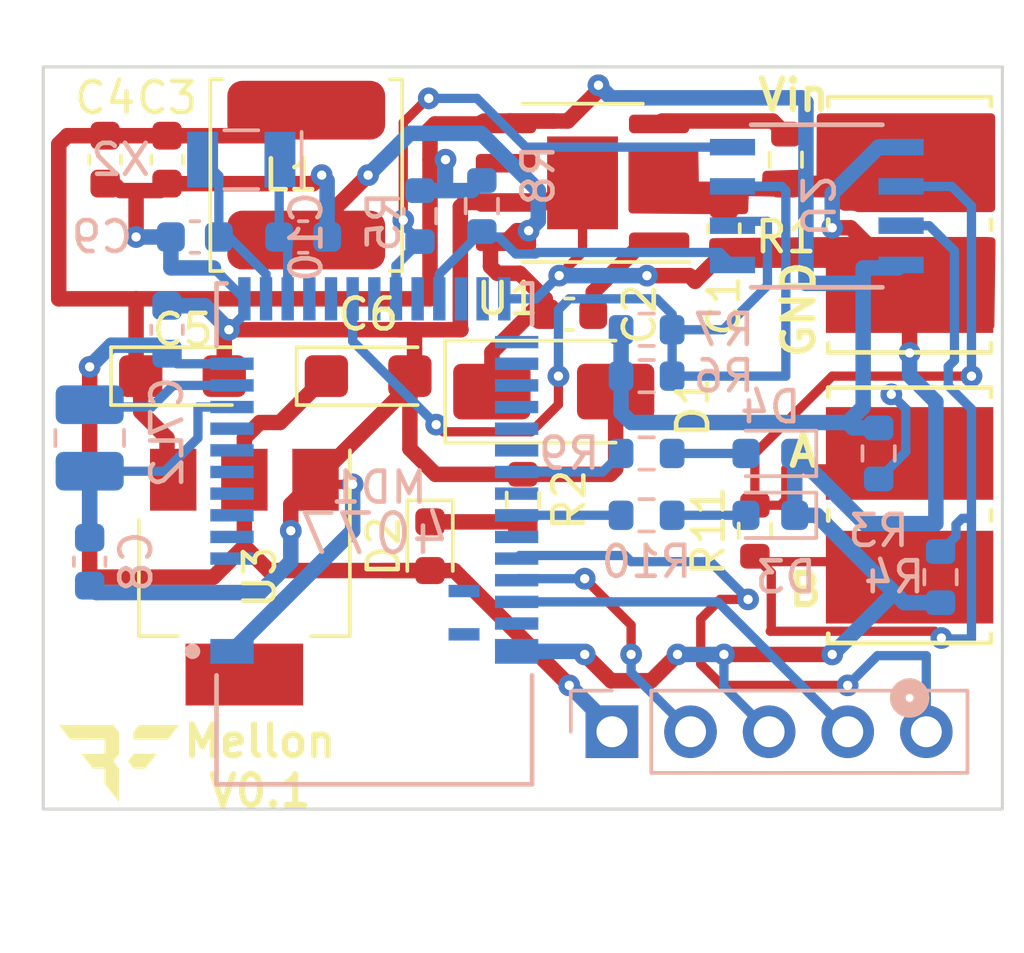
<source format=kicad_pcb>
(kicad_pcb (version 20221018) (generator pcbnew)
  (layers (0 "F.Cu" signal) (31 "B.Cu" power) (34 "B.Paste" user) (35 "F.Paste" user) (36 "B.SilkS" user "B.Silkscreen") (37 "F.SilkS" user "F.Silkscreen") (38 "B.Mask" user) (39 "F.Mask" user) (44 "Edge.Cuts" user))
  (net 0 "")
  (net 1 "+3.3V")
  (net 2 "GND")
  (net 3 "+12Vin")
  (net 4 "Net-(U2-A)")
  (net 5 "Net-(U2-B)")
  (net 6 "Net-(U1-PGOOD)")
  (net 8 "Net-(U1-BST)")
  (net 9 "/RXD{slash}P0.08")
  (net 10 "/P0.04")
  (net 11 "/TXD{slash}P0.06")
  (net 12 "+5V_RS485")
  (net 13 "Net-(D1-K)")
  (net 21 "Net-(MD1-DEC4)")
  (net 22 "Net-(MD1-DCC)")
  (net 23 "Net-(MD1-P0.00{slash}XL1)")
  (net 24 "Net-(MD1-P0.01{slash}XL2)")
  (net 37 "Net-(MD1-P0.17)")
  (net 39 "Net-(MD1-P0.19)")
  (net 44 "Net-(D2-K)")
  (net 45 "Net-(D3-A)")
  (net 46 "Net-(D4-A)")
  (net 47 "/SWCLK")
  (net 48 "/SWDIO")
  (net 49 "/NRST")
  (footprint "Capacitor_SMD:C_0603_1608Metric" (layer "F.Cu") (at 191 74.725 -90)
    (fp_text reference "C1" (at 2.5 0 90) (layer "F.SilkS"))
    (fp_text value "10uF")
    (pad "1" smd roundrect (at -0.775 0 270) (size 0.9 0.95) (layers "F.Cu" "F.Paste" "F.Mask") (net 3 "+12Vin"))
    (pad "2" smd roundrect (at 0.775 0 270) (size 0.9 0.95) (layers "F.Cu" "F.Paste" "F.Mask") (net 2 "GND"))
  )
  (footprint "Package_TO_SOT_SMD:SOT-223" (layer "F.Cu") (at 175.5 86 -90)
    (fp_text reference "U3" (at 0 -0.5 -90) (layer "F.SilkS"))
    (fp_text value "AZ1117-3.3")
    (pad "1" smd rect (at -3.15 -2.3 270) (size 2 1.5) (layers "F.Cu" "F.Paste" "F.Mask") (net 2 "GND"))
    (pad "2" smd rect (at -3.15 0 270) (size 2 1.5) (layers "F.Cu" "F.Paste" "F.Mask") (net 1 "+3.3V"))
    (pad "3" smd rect (at -3.15 2.3 270) (size 2 1.5) (layers "F.Cu" "F.Paste" "F.Mask") (net 12 "+5V_RS485"))
    (pad "4" smd rect (at 3.15 0 270) (size 2 3.8) (layers "F.Cu" "F.Paste" "F.Mask"))
  )
  (footprint "Diode_SMD:D_0603_1608Metric" (layer "F.Cu") (at 181.5 85 -90)
    (fp_text reference "D2" (at 0 1.5 90) (layer "F.SilkS"))
    (fp_text value "LED")
    (pad "1" smd roundrect (at -0.7875 0 270) (size 0.875 0.95) (layers "F.Cu" "F.Paste" "F.Mask") (net 44 "Net-(D2-K)"))
    (pad "2" smd roundrect (at 0.7875 0 270) (size 0.875 0.95) (layers "F.Cu" "F.Paste" "F.Mask") (net 1 "+3.3V"))
  )
  (footprint "LOGO" (layer "F.Cu") (at 171.5 92)
    (fp_text reference "G***" hide)
    (fp_text value "LOGO" hide)
  )
  (footprint "Capacitor_SMD:C_0603_1608Metric" (layer "F.Cu") (at 186 77.5 180)
    (fp_text reference "C2" (at -2.275 0 90) (layer "F.SilkS"))
    (fp_text value "0.1uF")
    (pad "1" smd roundrect (at -0.775 0 180) (size 0.9 0.95) (layers "F.Cu" "F.Paste" "F.Mask") (net 8 "Net-(U1-BST)"))
    (pad "2" smd roundrect (at 0.775 0 180) (size 0.9 0.95) (layers "F.Cu" "F.Paste" "F.Mask") (net 13 "Net-(D1-K)"))
  )
  (footprint "Resistor_SMD:R_0603_1608Metric" (layer "F.Cu") (at 192 84.5 90)
    (fp_text reference "R11" (at 0 -1.5 90) (layer "F.SilkS"))
    (fp_text value "120")
    (pad "1" smd roundrect (at -0.825 0 90) (size 0.8 0.95) (layers "F.Cu" "F.Paste" "F.Mask") (net 5 "Net-(U2-B)"))
    (pad "2" smd roundrect (at 0.825 0 90) (size 0.8 0.95) (layers "F.Cu" "F.Paste" "F.Mask") (net 4 "Net-(U2-A)"))
  )
  (footprint "Capacitor_Tantalum_SMD:CP_EIA-3216-18_Kemet-A" (layer "F.Cu") (at 173.5 79.5)
    (fp_text reference "C5" (at 0 -1.5) (layer "F.SilkS"))
    (fp_text value "10uF")
    (pad "1" smd roundrect (at -1.35 0) (size 1.4 1.35) (layers "F.Cu" "F.Paste" "F.Mask") (roundrect_rratio 0.1851851852) (net 12 "+5V_RS485"))
    (pad "2" smd roundrect (at 1.35 0) (size 1.4 1.35) (layers "F.Cu" "F.Paste" "F.Mask") (roundrect_rratio 0.1851851852) (net 2 "GND"))
  )
  (footprint "Package_SO:SOIC-8-1EP_3.9x4.9mm_P1.27mm_EP2.29x3mm" (layer "F.Cu") (at 186.43 73.25 180)
    (fp_text reference "U1" (at 2.43 -3.75 180) (layer "F.SilkS"))
    (fp_text value "ADP2302ARDZ-5.0")
    (pad "1" smd roundrect (at -2.475 -1.905 180) (size 1.95 0.6) (layers "F.Cu" "F.Paste" "F.Mask") (net 8 "Net-(U1-BST)"))
    (pad "2" smd roundrect (at -2.475 -0.635 180) (size 1.95 0.6) (layers "F.Cu" "F.Paste" "F.Mask") (net 3 "+12Vin"))
    (pad "3" smd roundrect (at -2.475 0.635 180) (size 1.95 0.6) (layers "F.Cu" "F.Paste" "F.Mask") (net 3 "+12Vin"))
    (pad "4" smd roundrect (at -2.475 1.905 180) (size 1.95 0.6) (layers "F.Cu" "F.Paste" "F.Mask") (net 6 "Net-(U1-PGOOD)"))
    (pad "5" smd roundrect (at 2.475 1.905 180) (size 1.95 0.6) (layers "F.Cu" "F.Paste" "F.Mask") (net 12 "+5V_RS485"))
    (pad "6" smd roundrect (at 2.475 0.635 180) (size 1.95 0.6) (layers "F.Cu" "F.Paste" "F.Mask"))
    (pad "7" smd roundrect (at 2.475 -0.635 180) (size 1.95 0.6) (layers "F.Cu" "F.Paste" "F.Mask") (net 2 "GND"))
    (pad "8" smd roundrect (at 2.475 -1.905 180) (size 1.95 0.6) (layers "F.Cu" "F.Paste" "F.Mask") (net 13 "Net-(D1-K)"))
    (pad "9" smd rect (at 0 0 180) (size 2.29 3) (layers "F.Cu" "F.Mask") (net 2 "GND"))
  )
  (footprint "Resistor_SMD:R_0603_1608Metric" (layer "F.Cu") (at 184.5 83.5 -90)
    (fp_text reference "R2" (at 0 -1.5 90) (layer "F.SilkS"))
    (fp_text value "1K")
    (pad "1" smd roundrect (at -0.825 0 270) (size 0.8 0.95) (layers "F.Cu" "F.Paste" "F.Mask") (net 2 "GND"))
    (pad "2" smd roundrect (at 0.825 0 270) (size 0.8 0.95) (layers "F.Cu" "F.Paste" "F.Mask") (net 44 "Net-(D2-K)"))
  )
  (footprint "Capacitor_Tantalum_SMD:CP_EIA-3216-18_Kemet-A" (layer "F.Cu") (at 179.5 79.5)
    (fp_text reference "C6" (at 0 -2 180) (layer "F.SilkS"))
    (fp_text value "10uF")
    (pad "1" smd roundrect (at -1.35 0) (size 1.4 1.35) (layers "F.Cu" "F.Paste" "F.Mask") (roundrect_rratio 0.1851851852) (net 1 "+3.3V"))
    (pad "2" smd roundrect (at 1.35 0) (size 1.4 1.35) (layers "F.Cu" "F.Paste" "F.Mask") (roundrect_rratio 0.1851851852) (net 2 "GND"))
  )
  (footprint "Inductor_SMD:L_TDK_VLS6045EX_VLS6045AF" (layer "F.Cu") (at 177.5 73 -90)
    (fp_text reference "L1" (at 0 0.5 unlocked) (layer "F.SilkS"))
    (fp_text value "6.8uH")
    (pad "1" smd roundrect (at -2.1 0 270) (size 1.9 5.1) (layers "F.Cu" "F.Paste" "F.Mask") (net 12 "+5V_RS485"))
    (pad "2" smd roundrect (at 2.1 0 270) (size 1.9 5.1) (layers "F.Cu" "F.Paste" "F.Mask") (net 13 "Net-(D1-K)"))
  )
  (footprint "Diode_SMD:D_SMA" (layer "F.Cu") (at 185.5 80)
    (fp_text reference "D1" (at 4.5 0.5 90) (layer "F.SilkS"))
    (fp_text value "B330")
    (pad "1" smd roundrect (at -2 0) (size 2.5 1.8) (layers "F.Cu" "F.Paste" "F.Mask") (roundrect_rratio 0.1388888889) (net 13 "Net-(D1-K)"))
    (pad "2" smd roundrect (at 2 0) (size 2.5 1.8) (layers "F.Cu" "F.Paste" "F.Mask") (roundrect_rratio 0.1388888889) (net 2 "GND"))
  )
  (footprint "footprints-KVX:CONN_9176_2WAY_KYO" (layer "F.Cu") (at 197 84 90)
    (fp_text reference "J2" hide)
    (fp_text value "009176002022106")
    (pad "1" smd rect (at -2.000001 0 90) (size 2.9972 5.4102) (layers "F.Cu" "F.Paste" "F.Mask") (net 5 "Net-(U2-B)"))
    (pad "2" smd rect (at 2.000001 0 90) (size 2.9972 5.4102) (layers "F.Cu" "F.Paste" "F.Mask") (net 4 "Net-(U2-A)"))
  )
  (footprint "Capacitor_SMD:C_0603_1608Metric" (layer "F.Cu") (at 171 72.5 90)
    (fp_text reference "C4" (at 2 0) (layer "F.SilkS"))
    (fp_text value "22uF")
    (pad "1" smd roundrect (at -0.775 0 90) (size 0.9 0.95) (layers "F.Cu" "F.Paste" "F.Mask") (net 2 "GND"))
    (pad "2" smd roundrect (at 0.775 0 90) (size 0.9 0.95) (layers "F.Cu" "F.Paste" "F.Mask") (net 12 "+5V_RS485"))
  )
  (footprint "Resistor_SMD:R_0603_1608Metric" (layer "F.Cu") (at 193 72.5 90)
    (fp_text reference "R1" (at -2.5 0) (layer "F.SilkS"))
    (fp_text value "100K")
    (pad "1" smd roundrect (at -0.825 0 90) (size 0.8 0.95) (layers "F.Cu" "F.Paste" "F.Mask") (net 3 "+12Vin"))
    (pad "2" smd roundrect (at 0.825 0 90) (size 0.8 0.95) (layers "F.Cu" "F.Paste" "F.Mask") (net 6 "Net-(U1-PGOOD)"))
  )
  (footprint "Capacitor_SMD:C_0603_1608Metric" (layer "F.Cu") (at 173 72.5 -90)
    (fp_text reference "C3" (at -2 0) (layer "F.SilkS"))
    (fp_text value "22uF")
    (pad "1" smd roundrect (at -0.775 0 270) (size 0.9 0.95) (layers "F.Cu" "F.Paste" "F.Mask") (net 12 "+5V_RS485"))
    (pad "2" smd roundrect (at 0.775 0 270) (size 0.9 0.95) (layers "F.Cu" "F.Paste" "F.Mask") (net 2 "GND"))
  )
  (footprint "footprints-KVX:CONN_9176_2WAY_KYO" (layer "F.Cu") (at 197 74.6049 -90)
    (fp_text reference "J3" hide)
    (fp_text value "009176002022106")
    (pad "1" smd rect (at -2.000001 0 270) (size 2.9972 5.4102) (layers "F.Cu" "F.Paste" "F.Mask") (net 3 "+12Vin"))
    (pad "2" smd rect (at 2.000001 0 270) (size 2.9972 5.4102) (layers "F.Cu" "F.Paste" "F.Mask") (net 2 "GND"))
  )
  (footprint "Connector_PinHeader_2.54mm:PinHeader_1x05_P2.54mm_Vertical" (layer "B.Cu") (at 187.38 91 -90)
    (fp_text reference "J1" hide)
    (fp_text value "ST_Nucleo_SWD_5p")
    (pad "1" thru_hole rect (at 0 0 270) (size 1.7 1.7) (drill 1) (layers "*.Cu" "*.Mask") (net 1 "+3.3V"))
    (pad "2" thru_hole oval (at 0 -2.54 270) (size 1.7 1.7) (drill 1) (layers "*.Cu" "*.Mask") (net 47 "/SWCLK"))
    (pad "3" thru_hole oval (at 0 -5.08 270) (size 1.7 1.7) (drill 1) (layers "*.Cu" "*.Mask") (net 2 "GND"))
    (pad "4" thru_hole oval (at 0 -7.62 270) (size 1.7 1.7) (drill 1) (layers "*.Cu" "*.Mask") (net 48 "/SWDIO"))
    (pad "5" thru_hole oval (at 0 -10.16 270) (size 1.7 1.7) (drill 1) (layers "*.Cu" "*.Mask") (net 49 "/NRST"))
  )
  (footprint "Crystal:Crystal_SMD_MicroCrystal_CC7V-T1A-2Pin_3.2x1.5mm" (layer "B.Cu") (at 175.4 72.5 180)
    (fp_text reference "X2" (at 3.9 0) (layer "B.SilkS") (effects (justify mirror)))
    (fp_text value "32.768khz")
    (pad "1" smd rect (at -1.25 0 180) (size 1 1.8) (layers "B.Cu" "B.Paste" "B.Mask") (net 24 "Net-(MD1-P0.01{slash}XL2)"))
    (pad "2" smd rect (at 1.25 0 180) (size 1 1.8) (layers "B.Cu" "B.Paste" "B.Mask") (net 23 "Net-(MD1-P0.00{slash}XL1)"))
  )
  (footprint "Capacitor_SMD:C_0603_1608Metric" (layer "B.Cu") (at 173 78 -90)
    (fp_text reference "C7" (at 2.5 0 90) (layer "B.SilkS") (effects (justify mirror)))
    (fp_text value "10uF")
    (pad "1" smd roundrect (at -0.775 0 270) (size 0.9 0.95) (layers "B.Cu" "B.Paste" "B.Mask") (net 2 "GND"))
    (pad "2" smd roundrect (at 0.775 0 270) (size 0.9 0.95) (layers "B.Cu" "B.Paste" "B.Mask") (net 1 "+3.3V"))
  )
  (footprint "Capacitor_SMD:C_0603_1608Metric" (layer "B.Cu") (at 170.5 85.5 90)
    (fp_text reference "C8" (at 0 1.5 90) (layer "B.SilkS") (effects (justify mirror)))
    (fp_text value "1uF")
    (pad "1" smd roundrect (at -0.775 0 90) (size 0.9 0.95) (layers "B.Cu" "B.Paste" "B.Mask") (net 2 "GND"))
    (pad "2" smd roundrect (at 0.775 0 90) (size 0.9 0.95) (layers "B.Cu" "B.Paste" "B.Mask") (net 21 "Net-(MD1-DEC4)"))
  )
  (footprint "eec:Adafruit_Industries-4077-*" (layer "B.Cu") (at 179.7 84.6)
    (fp_text reference "MD1" (at -1.5 -1.5) (layer "B.SilkS") (effects (justify right mirror)))
    (fp_text value "4077" (at 0 0) (layer "B.SilkS") (effects (font (size 1.27 1.27)) (justify mirror)))
    (pad "1" smd rect (at -4.6 3.8) (size 1.4 0.8) (layers "B.Cu" "B.Paste" "B.Mask") (net 2 "GND"))
    (pad "2" smd rect (at -4.6 0.8) (size 1.4 0.4) (layers "B.Cu" "B.Paste" "B.Mask"))
    (pad "3" smd rect (at -4.6 0.1) (size 1.4 0.4) (layers "B.Cu" "B.Paste" "B.Mask"))
    (pad "4" smd rect (at -4.6 -0.6) (size 1.4 0.4) (layers "B.Cu" "B.Paste" "B.Mask"))
    (pad "5" smd rect (at -4.6 -1.3) (size 1.4 0.4) (layers "B.Cu" "B.Paste" "B.Mask"))
    (pad "6" smd rect (at -4.6 -2) (size 1.4 0.4) (layers "B.Cu" "B.Paste" "B.Mask"))
    (pad "7" smd rect (at -4.6 -2.7) (size 1.4 0.4) (layers "B.Cu" "B.Paste" "B.Mask"))
    (pad "8" smd rect (at -4.6 -3.4) (size 1.4 0.4) (layers "B.Cu" "B.Paste" "B.Mask"))
    (pad "9" smd rect (at -4.6 -4.1) (size 1.4 0.4) (layers "B.Cu" "B.Paste" "B.Mask") (net 21 "Net-(MD1-DEC4)"))
    (pad "10" smd rect (at -4.6 -4.8) (size 1.4 0.4) (layers "B.Cu" "B.Paste" "B.Mask") (net 22 "Net-(MD1-DCC)"))
    (pad "11" smd rect (at -4.6 -5.5) (size 1.4 0.4) (layers "B.Cu" "B.Paste" "B.Mask") (net 1 "+3.3V"))
    (pad "12" smd rect (at -4.2 -7.6) (size 0.4 1.4) (layers "B.Cu" "B.Paste" "B.Mask") (net 2 "GND"))
    (pad "13" smd rect (at -3.5 -7.6) (size 0.4 1.4) (layers "B.Cu" "B.Paste" "B.Mask") (net 23 "Net-(MD1-P0.00{slash}XL1)"))
    (pad "14" smd rect (at -2.8 -7.6) (size 0.4 1.4) (layers "B.Cu" "B.Paste" "B.Mask") (net 24 "Net-(MD1-P0.01{slash}XL2)"))
    (pad "15" smd rect (at -2.1 -7.6) (size 0.4 1.4) (layers "B.Cu" "B.Paste" "B.Mask"))
    (pad "16" smd rect (at -1.4 -7.6) (size 0.4 1.4) (layers "B.Cu" "B.Paste" "B.Mask"))
    (pad "17" smd rect (at -0.7 -7.6) (size 0.4 1.4) (layers "B.Cu" "B.Paste" "B.Mask") (net 10 "/P0.04"))
    (pad "18" smd rect (at 0 -7.6) (size 0.4 1.4) (layers "B.Cu" "B.Paste" "B.Mask"))
    (pad "19" smd rect (at 0.7 -7.6) (size 0.4 1.4) (layers "B.Cu" "B.Paste" "B.Mask") (net 11 "/TXD{slash}P0.06"))
    (pad "20" smd rect (at 1.4 -7.6) (size 0.4 1.4) (layers "B.Cu" "B.Paste" "B.Mask"))
    (pad "21" smd rect (at 2.1 -7.6) (size 0.4 1.4) (layers "B.Cu" "B.Paste" "B.Mask") (net 9 "/RXD{slash}P0.08"))
    (pad "22" smd rect (at 2.8 -7.6) (size 0.4 1.4) (layers "B.Cu" "B.Paste" "B.Mask"))
    (pad "23" smd rect (at 3.5 -7.6) (size 0.4 1.4) (layers "B.Cu" "B.Paste" "B.Mask"))
    (pad "24" smd rect (at 4.2 -7.6) (size 0.4 1.4) (layers "B.Cu" "B.Paste" "B.Mask") (net 2 "GND"))
    (pad "25" smd rect (at 4.6 -6.2) (size 1.4 0.4) (layers "B.Cu" "B.Paste" "B.Mask"))
    (pad "26" smd rect (at 4.6 -5.5) (size 1.4 0.4) (layers "B.Cu" "B.Paste" "B.Mask"))
    (pad "27" smd rect (at 4.6 -4.8) (size 1.4 0.4) (layers "B.Cu" "B.Paste" "B.Mask"))
    (pad "28" smd rect (at 4.6 -4.1) (size 1.4 0.4) (layers "B.Cu" "B.Paste" "B.Mask"))
    (pad "29" smd rect (at 4.6 -3.4) (size 1.4 0.4) (layers "B.Cu" "B.Paste" "B.Mask"))
    (pad "30" smd rect (at 4.6 -2.7) (size 1.4 0.4) (layers "B.Cu" "B.Paste" "B.Mask"))
    (pad "31" smd rect (at 4.6 -2) (size 1.4 0.4) (layers "B.Cu" "B.Paste" "B.Mask") (net 37 "Net-(MD1-P0.17)"))
    (pad "32" smd rect (at 4.6 -1.3) (size 1.4 0.4) (layers "B.Cu" "B.Paste" "B.Mask"))
    (pad "33" smd rect (at 4.6 -0.6) (size 1.4 0.4) (layers "B.Cu" "B.Paste" "B.Mask") (net 39 "Net-(MD1-P0.19)"))
    (pad "34" smd rect (at 4.6 0.1) (size 1.4 0.4) (layers "B.Cu" "B.Paste" "B.Mask"))
    (pad "35" smd rect (at 4.6 0.8) (size 1.4 0.4) (layers "B.Cu" "B.Paste" "B.Mask") (net 49 "/NRST"))
    (pad "36" smd rect (at 4.6 1.5) (size 1.4 0.4) (layers "B.Cu" "B.Paste" "B.Mask") (net 47 "/SWCLK"))
    (pad "37" smd rect (at 4.6 2.2) (size 1.4 0.4) (layers "B.Cu" "B.Paste" "B.Mask") (net 48 "/SWDIO"))
    (pad "38" smd rect (at 4.6 2.9) (size 1.4 0.4) (layers "B.Cu" "B.Paste" "B.Mask"))
    (pad "39" smd rect (at 4.6 3.8) (size 1.4 0.8) (layers "B.Cu" "B.Paste" "B.Mask") (net 2 "GND"))
    (pad "40" smd rect (at 2.9 3.25) (size 1 0.4) (layers "B.Cu" "B.Paste" "B.Mask"))
    (pad "41" smd rect (at 2.9 1.85) (size 1 0.4) (layers "B.Cu" "B.Paste" "B.Mask"))
  )
  (footprint "Resistor_SMD:R_0603_1608Metric" (layer "B.Cu") (at 181.175 74.325 -90)
    (fp_text reference "R5" (at 0.175 1.175 -90) (layer "B.SilkS") (effects (justify mirror)))
    (fp_text value "10K")
    (pad "1" smd roundrect (at -0.825 0 270) (size 0.8 0.95) (layers "B.Cu" "B.Paste" "B.Mask") (net 12 "+5V_RS485"))
    (pad "2" smd roundrect (at 0.825 0 270) (size 0.8 0.95) (layers "B.Cu" "B.Paste" "B.Mask") (net 11 "/TXD{slash}P0.06"))
  )
  (footprint "footprints:21-0041B_8_MXM" (layer "B.Cu") (at 194 74)
    (fp_text reference "U2" (at 0 0 -90 unlocked) (layer "B.SilkS") (effects (justify mirror)))
    (fp_text value "MAX485CSA+")
    (pad "1" smd rect (at -2.72415 1.905) (size 1.4605 0.5334) (layers "B.Cu" "B.Paste" "B.Mask") (net 9 "/RXD{slash}P0.08"))
    (pad "2" smd rect (at -2.72415 0.635) (size 1.4605 0.5334) (layers "B.Cu" "B.Paste" "B.Mask") (net 10 "/P0.04"))
    (pad "3" smd rect (at -2.72415 -0.635) (size 1.4605 0.5334) (layers "B.Cu" "B.Paste" "B.Mask") (net 10 "/P0.04"))
    (pad "4" smd rect (at -2.72415 -1.905) (size 1.4605 0.5334) (layers "B.Cu" "B.Paste" "B.Mask") (net 11 "/TXD{slash}P0.06"))
    (pad "5" smd rect (at 2.72415 -1.905) (size 1.4605 0.5334) (layers "B.Cu" "B.Paste" "B.Mask") (net 2 "GND"))
    (pad "6" smd rect (at 2.72415 -0.635) (size 1.4605 0.5334) (layers "B.Cu" "B.Paste" "B.Mask") (net 4 "Net-(U2-A)"))
    (pad "7" smd rect (at 2.72415 0.635) (size 1.4605 0.5334) (layers "B.Cu" "B.Paste" "B.Mask") (net 5 "Net-(U2-B)"))
    (pad "8" smd rect (at 2.72415 1.905) (size 1.4605 0.5334) (layers "B.Cu" "B.Paste" "B.Mask") (net 12 "+5V_RS485"))
  )
  (footprint "Diode_SMD:D_0603_1608Metric" (layer "B.Cu") (at 192.5 84 180)
    (fp_text reference "D3" (at -0.5 -2) (layer "B.SilkS") (effects (justify mirror)))
    (fp_text value "LED")
    (pad "1" smd roundrect (at -0.7875 0 180) (size 0.875 0.95) (layers "B.Cu" "B.Paste" "B.Mask") (net 2 "GND"))
    (pad "2" smd roundrect (at 0.7875 0 180) (size 0.875 0.95) (layers "B.Cu" "B.Paste" "B.Mask") (net 45 "Net-(D3-A)"))
  )
  (footprint "Resistor_SMD:R_0603_1608Metric" (layer "B.Cu") (at 188.5 78)
    (fp_text reference "R7" (at 2.5 0) (layer "B.SilkS") (effects (justify mirror)))
    (fp_text value "10K")
    (pad "1" smd roundrect (at -0.825 0) (size 0.8 0.95) (layers "B.Cu" "B.Paste" "B.Mask") (net 12 "+5V_RS485"))
    (pad "2" smd roundrect (at 0.825 0) (size 0.8 0.95) (layers "B.Cu" "B.Paste" "B.Mask") (net 10 "/P0.04"))
  )
  (footprint "Resistor_SMD:R_0603_1608Metric" (layer "B.Cu") (at 188.5 79.5)
    (fp_text reference "R6" (at 2.5 0) (layer "B.SilkS") (effects (justify mirror)))
    (fp_text value "10K")
    (pad "1" smd roundrect (at -0.825 0) (size 0.8 0.95) (layers "B.Cu" "B.Paste" "B.Mask") (net 12 "+5V_RS485"))
    (pad "2" smd roundrect (at 0.825 0) (size 0.8 0.95) (layers "B.Cu" "B.Paste" "B.Mask") (net 10 "/P0.04"))
  )
  (footprint "Resistor_SMD:R_0603_1608Metric" (layer "B.Cu") (at 188.5 82 180)
    (fp_text reference "R9" (at 2.5 0) (layer "B.SilkS") (effects (justify mirror)))
    (fp_text value "1K")
    (pad "1" smd roundrect (at -0.825 0 180) (size 0.8 0.95) (layers "B.Cu" "B.Paste" "B.Mask") (net 46 "Net-(D4-A)"))
    (pad "2" smd roundrect (at 0.825 0 180) (size 0.8 0.95) (layers "B.Cu" "B.Paste" "B.Mask") (net 37 "Net-(MD1-P0.17)"))
  )
  (footprint "Diode_SMD:D_0603_1608Metric" (layer "B.Cu") (at 192.5 82 180)
    (fp_text reference "D4" (at 0 1.5) (layer "B.SilkS") (effects (justify mirror)))
    (fp_text value "LED")
    (pad "1" smd roundrect (at -0.7875 0 180) (size 0.875 0.95) (layers "B.Cu" "B.Paste" "B.Mask") (net 2 "GND"))
    (pad "2" smd roundrect (at 0.7875 0 180) (size 0.875 0.95) (layers "B.Cu" "B.Paste" "B.Mask") (net 46 "Net-(D4-A)"))
  )
  (footprint "Resistor_SMD:R_0603_1608Metric" (layer "B.Cu") (at 198 86 -90)
    (fp_text reference "R4" (at 0 1.5) (layer "B.SilkS") (effects (justify mirror)))
    (fp_text value "20K")
    (pad "1" smd roundrect (at -0.825 0 270) (size 0.8 0.95) (layers "B.Cu" "B.Paste" "B.Mask") (net 5 "Net-(U2-B)"))
    (pad "2" smd roundrect (at 0.825 0 270) (size 0.8 0.95) (layers "B.Cu" "B.Paste" "B.Mask") (net 2 "GND"))
  )
  (footprint "Capacitor_SMD:C_0603_1608Metric" (layer "B.Cu") (at 173.9 75)
    (fp_text reference "C9" (at -3 0) (layer "B.SilkS") (effects (justify mirror)))
    (fp_text value "22pF")
    (pad "1" smd roundrect (at -0.775 0) (size 0.9 0.95) (layers "B.Cu" "B.Paste" "B.Mask") (net 2 "GND"))
    (pad "2" smd roundrect (at 0.775 0) (size 0.9 0.95) (layers "B.Cu" "B.Paste" "B.Mask") (net 23 "Net-(MD1-P0.00{slash}XL1)"))
  )
  (footprint "Resistor_SMD:R_0603_1608Metric" (layer "B.Cu") (at 196 82 -90)
    (fp_text reference "R3" (at 2.5 0) (layer "B.SilkS") (effects (justify mirror)))
    (fp_text value "20K")
    (pad "1" smd roundrect (at -0.825 0 270) (size 0.8 0.95) (layers "B.Cu" "B.Paste" "B.Mask") (net 12 "+5V_RS485"))
    (pad "2" smd roundrect (at 0.825 0 270) (size 0.8 0.95) (layers "B.Cu" "B.Paste" "B.Mask") (net 4 "Net-(U2-A)"))
  )
  (footprint "Resistor_SMD:R_0603_1608Metric" (layer "B.Cu") (at 183.175 74 -90)
    (fp_text reference "R8" (at -1 -1.825 90) (layer "B.SilkS") (effects (justify mirror)))
    (fp_text value "10K")
    (pad "1" smd roundrect (at -0.825 0 270) (size 0.8 0.95) (layers "B.Cu" "B.Paste" "B.Mask") (net 12 "+5V_RS485"))
    (pad "2" smd roundrect (at 0.825 0 270) (size 0.8 0.95) (layers "B.Cu" "B.Paste" "B.Mask") (net 9 "/RXD{slash}P0.08"))
  )
  (footprint "Resistor_SMD:R_0603_1608Metric" (layer "B.Cu") (at 188.5 84 180)
    (fp_text reference "R10" (at 0 -1.5) (layer "B.SilkS") (effects (justify mirror)))
    (fp_text value "1K")
    (pad "1" smd roundrect (at -0.825 0 180) (size 0.8 0.95) (layers "B.Cu" "B.Paste" "B.Mask") (net 45 "Net-(D3-A)"))
    (pad "2" smd roundrect (at 0.825 0 180) (size 0.8 0.95) (layers "B.Cu" "B.Paste" "B.Mask") (net 39 "Net-(MD1-P0.19)"))
  )
  (footprint "Capacitor_SMD:C_0603_1608Metric" (layer "B.Cu") (at 177.4 75 180)
    (fp_text reference "C10" (at -0.1 0 270) (layer "B.SilkS") (effects (justify mirror)))
    (fp_text value "22pF")
    (pad "1" smd roundrect (at -0.775 0 180) (size 0.9 0.95) (layers "B.Cu" "B.Paste" "B.Mask") (net 2 "GND"))
    (pad "2" smd roundrect (at 0.775 0 180) (size 0.9 0.95) (layers "B.Cu" "B.Paste" "B.Mask") (net 24 "Net-(MD1-P0.01{slash}XL2)"))
  )
  (footprint "Inductor_SMD:L_1008_2520Metric" (layer "B.Cu") (at 170.5 81.5 90)
    (fp_text reference "L2" (at -0.725 2.5 90) (layer "B.SilkS") (effects (justify mirror)))
    (fp_text value "10uH")
    (pad "1" smd roundrect (at -1.075 0 90) (size 1.25 2.2) (layers "B.Cu" "B.Paste" "B.Mask") (roundrect_rratio 0.2) (net 21 "Net-(MD1-DEC4)"))
    (pad "2" smd roundrect (at 1.075 0 90) (size 1.25 2.2) (layers "B.Cu" "B.Paste" "B.Mask") (roundrect_rratio 0.2) (net 22 "Net-(MD1-DCC)"))
  )
  (gr_line (start 200 93.5) (end 200 69.5) (stroke (width 0.1)) (layer "Edge.Cuts"))
  (gr_line (start 169 93.5) (end 200 93.5) (stroke (width 0.1)) (layer "Edge.Cuts"))
  (gr_line (start 200 69.5) (end 169 69.5) (stroke (width 0.1)) (layer "Edge.Cuts"))
  (gr_line (start 169 69.5) (end 169 93.5) (stroke (width 0.1)) (layer "Edge.Cuts"))
  (gr_text "B" (at 193 87) (layer "F.SilkS") (effects (font (size 1 1) (thickness 0.2) bold) (justify left bottom)))
  (gr_text "Mellon\nV0.1" (at 176 93.5) (layer "F.SilkS") (effects (font (size 1 1) (thickness 0.2) bold) (justify bottom)))
  (gr_text "A" (at 193 82.5) (layer "F.SilkS") (effects (font (size 1 1) (thickness 0.2) bold) (justify left bottom)))
  (gr_text "GND" (at 194 79 90) (layer "F.SilkS") (effects (font (size 1 1) (thickness 0.2) bold) (justify left bottom)))
  (gr_text "Vin" (at 192 71) (layer "F.SilkS") (effects (font (size 1 1) (thickness 0.2) bold) (justify left bottom)))
  (segment (start 170.5 79.841477) (end 170.5 79.2005) (width 0.5) (layer "F.Cu") (net 1))
  (segment (start 175.5 85) (end 175.5 82.85) (width 0.5) (layer "F.Cu") (net 1))
  (segment (start 175.5 81.5) (end 176 81) (width 0.5) (layer "F.Cu") (net 1))
  (segment (start 170.5 86) (end 170.5 79.841477) (width 0.5) (layer "F.Cu") (net 1))
  (segment (start 180 85.7875) (end 176.2875 85.7875) (width 0.5) (layer "F.Cu") (net 1))
  (segment (start 174.5 86) (end 170.5 86) (width 0.5) (layer "F.Cu") (net 1))
  (segment (start 186 89.5) (end 182.2875 85.7875) (width 0.5) (layer "F.Cu") (net 1))
  (segment (start 181.5 85.7875) (end 180 85.7875) (width 0.5) (layer "F.Cu") (net 1))
  (segment (start 175.5 82.85) (end 175.5 81.5) (width 0.5) (layer "F.Cu") (net 1))
  (segment (start 182.2875 85.7875) (end 180 85.7875) (width 0.5) (layer "F.Cu") (net 1))
  (segment (start 176 81) (end 176.65 81) (width 0.5) (layer "F.Cu") (net 1))
  (segment (start 176.65 81) (end 178.15 79.5) (width 0.5) (layer "F.Cu") (net 1))
  (segment (start 175.5 85) (end 174.5 86) (width 0.5) (layer "F.Cu") (net 1))
  (segment (start 176.2875 85.7875) (end 175.5 85) (width 0.5) (layer "F.Cu") (net 1))
  (via (at 170.5 79.2005) (size 0.7) (drill 0.3) (layers "F.Cu" "B.Cu") (net 1))
  (via (at 186 89.5) (size 0.7) (drill 0.3) (layers "F.Cu" "B.Cu") (net 1))
  (segment (start 175.1 79.1) (end 173.325 79.1) (width 0.3) (layer "B.Cu") (net 1))
  (segment (start 173.325 79.1) (end 173 78.775) (width 0.3) (layer "B.Cu") (net 1))
  (segment (start 187.38 91) (end 187.38 90.88) (width 0.5) (layer "B.Cu") (net 1))
  (segment (start 171.2005 78.5) (end 172.725 78.5) (width 0.5) (layer "B.Cu") (net 1))
  (segment (start 170.5 79.2005) (end 171.2005 78.5) (width 0.5) (layer "B.Cu") (net 1))
  (segment (start 187.38 90.88) (end 186 89.5) (width 0.5) (layer "B.Cu") (net 1))
  (segment (start 172.725 78.5) (end 173 78.775) (width 0.5) (layer "B.Cu") (net 1))
  (segment (start 185.675875 76.2495) (end 186.43 75.495375) (width 0.3) (layer "F.Cu") (net 2))
  (segment (start 179.075 81.575) (end 177.8 82.85) (width 0.5) (layer "F.Cu") (net 2))
  (segment (start 173 73) (end 172.5 73.5) (width 0.3) (layer "F.Cu") (net 2))
  (segment (start 191 88.5) (end 194.5 88.5) (width 0.5) (layer "F.Cu") (net 2))
  (segment (start 184.5 82.675) (end 181.675 82.675) (width 0.5) (layer "F.Cu") (net 2))
  (segment (start 171.5 73.5) (end 172 73.5) (width 0.5) (layer "F.Cu") (net 2))
  (segment (start 174.85 78.15) (end 175 78) (width 0.5) (layer "F.Cu") (net 2))
  (segment (start 183.455 73.885) (end 185.295 73.885) (width 0.5) (layer "F.Cu") (net 2))
  (segment (start 172.775 73.5) (end 173 73.275) (width 0.5) (layer "F.Cu") (net 2))
  (segment (start 179.075 81.575) (end 180.85 79.8) (width 0.5) (layer "F.Cu") (net 2))
  (segment (start 175 78) (end 180.5 78) (width 0.5) (layer "F.Cu") (net 2))
  (segment (start 172 73.5) (end 172.5 73.5) (width 0.5) (layer "F.Cu") (net 2))
  (segment (start 181.675 82.675) (end 180.85 81.85) (width 0.5) (layer "F.Cu") (net 2))
  (segment (start 180.85 81.85) (end 180.85 79.5) (width 0.5) (layer "F.Cu") (net 2))
  (segment (start 190.0661 76.4339) (end 189.8827 76.2505) (width 0.5) (layer "F.Cu") (net 2))
  (segment (start 180.85 79.8) (end 180.85 79.5) (width 0.5) (layer "F.Cu") (net 2))
  (segment (start 187.325 82.675) (end 187.5 82.5) (width 0.5) (layer "F.Cu") (net 2))
  (segment (start 181 79.35) (end 180.85 79.5) (width 0.5) (layer "F.Cu") (net 2))
  (segment (start 179 83) (end 177.95 83) (width 0.3) (layer "F.Cu") (net 2))
  (segment (start 195.0981 74.703001) (end 197 76.604901) (width 0.5) (layer "F.Cu") (net 2))
  (segment (start 177 83.65) (end 177.8 82.85) (width 0.5) (layer "F.Cu") (net 2))
  (segment (start 182.615 73.885) (end 182.48 74.02) (width 0.5) (layer "F.Cu") (net 2))
  (segment (start 196.90756 76.512461) (end 197 76.604901) (width 0.5) (layer "F.Cu") (net 2))
  (segment (start 172 73.5) (end 172 75) (width 0.5) (layer "F.Cu") (net 2))
  (segment (start 194.5 74.703001) (end 195.0981 74.703001) (width 0.5) (layer "F.Cu") (net 2))
  (segment (start 181 78) (end 181 79.35) (width 0.5) (layer "F.Cu") (net 2))
  (segment (start 182.48 74.02) (end 182.48 77.5) (width 0.5) (layer "F.Cu") (net 2))
  (segment (start 177.725 73.275) (end 178 73) (width 0.5) (layer "F.Cu") (net 2))
  (segment (start 184.5 82.675) (end 187.325 82.675) (width 0.5) (layer "F.Cu") (net 2))
  (segment (start 187.35 89.35) (end 188.65 89.35) (width 0.5) (layer "F.Cu") (net 2))
  (segment (start 173 73.275) (end 177.725 73.275) (width 0.5) (layer "F.Cu") (net 2))
  (segment (start 180.5 78) (end 181 78) (width 0.5) (layer "F.Cu") (net 2))
  (segment (start 182.5 78) (end 180.5 78) (width 0.5) (layer "F.Cu") (net 2))
  (segment (start 197 78.7505) (end 197 76.771202) (width 0.5) (layer "F.Cu") (net 2))
  (segment (start 186.43 75.495375) (end 186.43 73.25) (width 0.3) (layer "F.Cu") (net 2))
  (segment (start 174.85 79.5) (end 174.85 78.15) (width 0.5) (layer "F.Cu") (net 2))
  (segment (start 177.95 83) (end 177.8 82.85) (width 0.3) (layer "F.Cu") (net 2))
  (segment (start 182.48 77.98) (end 182.5 78) (width 0.5) (layer "F.Cu") (net 2))
  (segment (start 191 75.5) (end 190.0661 76.4339) (width 0.5) (layer "F.Cu") (net 2))
  (segment (start 186.5 88.5) (end 187.35 89.35) (width 0.5) (layer "F.Cu") (net 2))
  (segment (start 187.5 82.5) (end 187.5 80) (width 0.5) (layer "F.Cu") (net 2))
  (segment (start 189.8827 76.2505) (end 188.510875 76.2505) (width 0.5) (layer "F.Cu") (net 2))
  (segment (start 172.5 73.5) (end 172.775 73.5) (width 0.5) (layer "F.Cu") (net 2))
  (segment (start 196.90756 76.39122) (end 196.90756 76.512461) (width 0.5) (layer "F.Cu") (net 2))
  (segment (start 171 73.275) (end 171.275 73.275) (width 0.5) (layer "F.Cu") (net 2))
  (segment (start 182.48 77.5) (end 182.48 77.98) (width 0.5) (layer "F.Cu") (net 2))
  (segment (start 177 84.5) (end 177 83.65) (width 0.5) (layer "F.Cu") (net 2))
  (segment (start 185.295 73.885) (end 185.93 73.25) (width 0.5) (layer "F.Cu") (net 2))
  (segment (start 171.275 73.275) (end 171.5 73.5) (width 0.5) (layer "F.Cu") (net 2))
  (segment (start 188.65 89.35) (end 189.5 88.5) (width 0.5) (layer "F.Cu") (net 2))
  (segment (start 183.955 73.885) (end 182.615 73.885) (width 0.5) (layer "F.Cu") (net 2))
  (via (at 175 78) (size 0.7) (drill 0.3) (layers "F.Cu" "B.Cu") (net 2))
  (via (at 178 73) (size 0.7) (drill 0.3) (layers "F.Cu" "B.Cu") (net 2))
  (via (at 191 88.5) (size 0.7) (drill 0.3) (layers "F.Cu" "B.Cu") (net 2))
  (via (at 194.5 88.5) (size 0.7) (drill 0.3) (layers "F.Cu" "B.Cu") (net 2))
  (via (at 194.5 74.703001) (size 0.7) (drill 0.3) (layers "F.Cu" "B.Cu") (net 2))
  (via (at 185.675875 76.2495) (size 0.7) (drill 0.3) (layers "F.Cu" "B.Cu") (net 2))
  (via (at 197 78.7505) (size 0.7) (drill 0.3) (layers "F.Cu" "B.Cu") (net 2))
  (via (at 179 83) (size 0.7) (drill 0.3) (layers "F.Cu" "B.Cu") (net 2))
  (via (at 177 84.5) (size 0.7) (drill 0.3) (layers "F.Cu" "B.Cu") (net 2))
  (via (at 186.5 88.5) (size 0.7) (drill 0.3) (layers "F.Cu" "B.Cu") (net 2))
  (via (at 172 75) (size 0.7) (drill 0.3) (layers "F.Cu" "B.Cu") (net 2))
  (via (at 189.5 88.5) (size 0.7) (drill 0.3) (layers "F.Cu" "B.Cu") (net 2))
  (via (at 188.510875 76.2505) (size 0.7) (drill 0.3) (layers "F.Cu" "B.Cu") (net 2))
  (segment (start 193.2875 82) (end 195.556739 84.269239) (width 0.5) (layer "B.Cu") (net 2))
  (segment (start 194.5 73.5922) (end 195.9972 72.095) (width 0.5) (layer "B.Cu") (net 2))
  (segment (start 179 83) (end 179 84.5) (width 0.5) (layer "B.Cu") (net 2))
  (segment (start 194.5 74.703001) (end 194.5 73.5922) (width 0.5) (layer "B.Cu") (net 2))
  (segment (start 192.46 91) (end 191 89.54) (width 0.3) (layer "B.Cu") (net 2))
  (segment (start 175.5 77) (end 174.5 76) (width 0.3) (layer "B.Cu") (net 2))
  (segment (start 178.175 73.175) (end 178 73) (width 0.3) (layer "B.Cu") (net 2))
  (segment (start 173 77.225) (end 174.225 77.225) (width 0.5) (layer "B.Cu") (net 2))
  (segment (start 195.556739 84.269239) (end 197.85 84.269239) (width 0.5) (layer "B.Cu") (net 2))
  (segment (start 174.5 76) (end 173.125 76) (width 0.5) (layer "B.Cu") (net 2))
  (segment (start 178.175 75) (end 178.175 73.175) (width 0.5) (layer "B.Cu") (net 2))
  (segment (start 197 79.4799) (end 197 78.7505) (width 0.5) (layer "B.Cu") (net 2))
  (segment (start 175.5 77.5) (end 175 78) (width 0.3) (layer "B.Cu") (net 2))
  (segment (start 184.3 88.4) (end 186.4 88.4) (width 0.5) (layer "B.Cu") (net 2))
  (segment (start 175.5 77) (end 175.5 77.5) (width 0.3) (layer "B.Cu") (net 2))
  (segment (start 186.4 88.4) (end 186.5 88.5) (width 0.5) (layer "B.Cu") (net 2))
  (segment (start 194 84) (end 196.5 86.5) (width 0.5) (layer "B.Cu") (net 2))
  (segment (start 185.676875 76.2505) (end 185.675875 76.2495) (width 0.5) (layer "B.Cu") (net 2))
  (segment (start 196.825 86.825) (end 196.5 86.5) (width 0.5) (layer "B.Cu") (net 2))
  (segment (start 198 86.825) (end 196.825 86.825) (width 0.5) (layer "B.Cu") (net 2))
  (segment (start 184.925375 77) (end 185.675875 76.2495) (width 0.3) (layer "B.Cu") (net 2))
  (segment (start 177 85.5) (end 176 86.5) (width 0.5) (layer "B.Cu") (net 2))
  (segment (start 188.510875 76.2505) (end 185.676875 76.2505) (width 0.5) (layer "B.Cu") (net 2))
  (segment (start 193.2875 84) (end 194 84) (width 0.5) (layer "B.Cu") (net 2))
  (segment (start 197.85 84.269239) (end 197.85 80.3299) (width 0.5) (layer "B.Cu") (net 2))
  (segment (start 191 89.54) (end 191 88.5) (width 0.3) (layer "B.Cu") (net 2))
  (segment (start 174.225 77.225) (end 175 78) (width 0.5) (layer "B.Cu") (net 2))
  (segment (start 176 86.5) (end 170.725 86.5) (width 0.5) (layer "B.Cu") (net 2))
  (segment (start 196.5 86.5) (end 194.5 88.5) (width 0.5) (layer "B.Cu") (net 2))
  (segment (start 179 84.5) (end 175.1 88.4) (width 0.5) (layer "B.Cu") (net 2))
  (segment (start 197.85 80.3299) (end 197 79.4799) (width 0.5) (layer "B.Cu") (net 2))
  (segment (start 172 75) (end 173.125 75) (width 0.5) (layer "B.Cu") (net 2))
  (segment (start 183.9 77) (end 184.925375 77) (width 0.3) (layer "B.Cu") (net 2))
  (segment (start 177 84.5) (end 177 85.5) (width 0.5) (layer "B.Cu") (net 2))
  (segment (start 173.125 75) (end 173.125 76) (width 0.5) (layer "B.Cu") (net 2))
  (segment (start 189.5 88.5) (end 191 88.5) (width 0.5) (layer "B.Cu") (net 2))
  (segment (start 170.725 86.5) (end 170.5 86.275) (width 0.5) (layer "B.Cu") (net 2))
  (segment (start 193.2875 82) (end 193.2875 84) (width 0.5) (layer "B.Cu") (net 2))
  (segment (start 195.9972 72.095) (end 196.72415 72.095) (width 0.5) (layer "B.Cu") (net 2))
  (segment (start 193 73.325) (end 196.279899 73.325) (width 0.5) (layer "F.Cu") (net 3))
  (segment (start 190.935 73.885) (end 191 73.95) (width 0.5) (layer "F.Cu") (net 3))
  (segment (start 196.279899 73.325) (end 197 72.604899) (width 0.5) (layer "F.Cu") (net 3))
  (segment (start 195.395101 71.5) (end 196.5 72.604899) (width 0.5) (layer "F.Cu") (net 3))
  (segment (start 196.5 72.604899) (end 197 72.604899) (width 0.5) (layer "F.Cu") (net 3))
  (segment (start 192 83.675) (end 192.825 83.675) (width 0.3) (layer "F.Cu") (net 4))
  (segment (start 192.825 83.675) (end 193 83.5) (width 0.3) (layer "F.Cu") (net 4))
  (segment (start 196.409362 80.090638) (end 197 80.681276) (width 0.3) (layer "F.Cu") (net 4))
  (segment (start 192 82) (end 192 83.675) (width 0.3) (layer "F.Cu") (net 4))
  (segment (start 194.5 79.5) (end 192 82) (width 0.3) (layer "F.Cu") (net 4))
  (segment (start 193 82.5) (end 195.999999 82.5) (width 0.3) (layer "F.Cu") (net 4))
  (segment (start 199 79.5) (end 194.5 79.5) (width 0.3) (layer "F.Cu") (net 4))
  (segment (start 193 83.5) (end 193 82.5) (width 0.3) (layer "F.Cu") (net 4))
  (via (at 199 79.5) (size 0.7) (drill 0.3) (layers "F.Cu" "B.Cu") (net 4))
  (via (at 196.409362 80.090638) (size 0.7) (drill 0.3) (layers "F.Cu" "B.Cu") (net 4))
  (segment (start 198.365 73.365) (end 199 74) (width 0.3) (layer "B.Cu") (net 4))
  (segment (start 199 74) (end 199 79.5) (width 0.3) (layer "B.Cu") (net 4))
  (segment (start 196.875 81.95) (end 196 82.825) (width 0.3) (layer "B.Cu") (net 4))
  (segment (start 196.409362 80.090638) (end 196.875 80.556276) (width 0.3) (layer "B.Cu") (net 4))
  (segment (start 196.72415 73.365) (end 198.365 73.365) (width 0.3) (layer "B.Cu") (net 4))
  (segment (start 196.875 80.556276) (end 196.875 81.95) (width 0.3) (layer "B.Cu") (net 4))
  (segment (start 192.529977 87.720023) (end 192.529977 85.854977) (width 0.3) (layer "F.Cu") (net 5))
  (segment (start 198.027702 87.967758) (end 197.809944 87.75) (width 0.3) (layer "F.Cu") (net 5))
  (segment (start 192.175 85.5) (end 195.999999 85.5) (width 0.3) (layer "F.Cu") (net 5))
  (segment (start 192.529977 85.854977) (end 192 85.325) (width 0.3) (layer "F.Cu") (net 5))
  (segment (start 197.809944 87.75) (end 192.5 87.75) (width 0.3) (layer "F.Cu") (net 5))
  (segment (start 192 85.325) (end 192.175 85.5) (width 0.3) (layer "F.Cu") (net 5))
  (segment (start 192.5 87.75) (end 192.529977 87.720023) (width 0.3) (layer "F.Cu") (net 5))
  (segment (start 195.999999 85.5) (end 196.5 86.000001) (width 0.3) (layer "F.Cu") (net 5))
  (via (at 198.027702 87.967758) (size 0.7) (drill 0.3) (layers "F.Cu" "B.Cu") (net 5))
  (segment (start 197.635 74.635) (end 198.45 75.45) (width 0.3) (layer "B.Cu") (net 5))
  (segment (start 198.45 75.45) (end 198.45 78.989339) (width 0.3) (layer "B.Cu") (net 5))
  (segment (start 199 88) (end 198.059944 88) (width 0.3) (layer "B.Cu") (net 5))
  (segment (start 198.5 84.675) (end 198 85.175) (width 0.3) (layer "B.Cu") (net 5))
  (segment (start 198.25 79.810661) (end 199 80.560661) (width 0.3) (layer "B.Cu") (net 5))
  (segment (start 198.25 79.189339) (end 198.25 79.810661) (width 0.3) (layer "B.Cu") (net 5))
  (segment (start 199 80.560661) (end 199 84) (width 0.3) (layer "B.Cu") (net 5))
  (segment (start 198.6995 84.098101) (end 198.5 84.297601) (width 0.3) (layer "B.Cu") (net 5))
  (segment (start 196.72415 74.635) (end 197.635 74.635) (width 0.3) (layer "B.Cu") (net 5))
  (segment (start 198.901899 84.098101) (end 199 84) (width 0.3) (layer "B.Cu") (net 5))
  (segment (start 198.45 78.989339) (end 198.25 79.189339) (width 0.3) (layer "B.Cu") (net 5))
  (segment (start 199 84) (end 199 88) (width 0.3) (layer "B.Cu") (net 5))
  (segment (start 198.059944 88) (end 198.027702 87.967758) (width 0.3) (layer "B.Cu") (net 5))
  (segment (start 198.5 84.297601) (end 198.5 84.675) (width 0.3) (layer "B.Cu") (net 5))
  (segment (start 198.6995 84.098101) (end 198.901899 84.098101) (width 0.3) (layer "B.Cu") (net 5))
  (segment (start 192.575 71.25) (end 193 71.675) (width 0.5) (layer "F.Cu") (net 6))
  (segment (start 188.905 71.345) (end 189 71.25) (width 0.5) (layer "F.Cu") (net 6))
  (segment (start 189 71.25) (end 192.575 71.25) (width 0.5) (layer "F.Cu") (net 6))
  (segment (start 186.775 76.785) (end 188.405 75.155) (width 0.5) (layer "F.Cu") (net 8))
  (segment (start 186.775 77) (end 186.775 76.785) (width 0.5) (layer "F.Cu") (net 8))
  (segment (start 183.1625 74.8375) (end 183.325 75) (width 0.3) (layer "B.Cu") (net 9))
  (segment (start 184.272182 75.55) (end 184.911252 75.55) (width 0.3) (layer "B.Cu") (net 9))
  (segment (start 190.87085 75.5) (end 191.27585 75.905) (width 0.3) (layer "B.Cu") (net 9))
  (segment (start 183.325 75) (end 183.722182 75) (width 0.3) (layer "B.Cu") (net 9))
  (segment (start 183.722182 75) (end 184.272182 75.55) (width 0.3) (layer "B.Cu") (net 9))
  (segment (start 184.911252 75.55) (end 184.961252 75.5) (width 0.3) (layer "B.Cu") (net 9))
  (segment (start 184.961252 75.5) (end 190.87085 75.5) (width 0.3) (layer "B.Cu") (net 9))
  (segment (start 181.8 76.2) (end 183.1625 74.8375) (width 0.3) (layer "B.Cu") (net 9))
  (segment (start 181.8 77) (end 181.8 76.2) (width 0.3) (layer "B.Cu") (net 9))
  (segment (start 185.6505 79.5) (end 185.6505 80.418739) (width 0.3) (layer "F.Cu") (net 10))
  (segment (start 185.6505 80.418739) (end 184.769239 81.3) (width 0.3) (layer "F.Cu") (net 10))
  (segment (start 184.769239 81.3) (end 181.930314 81.3) (width 0.3) (layer "F.Cu") (net 10))
  (segment (start 181.930314 81.3) (end 181.6995 81.069186) (width 0.3) (layer "F.Cu") (net 10))
  (via (at 181.6995 81.069186) (size 0.7) (drill 0.3) (layers "F.Cu" "B.Cu") (net 10))
  (via (at 185.6505 79.5) (size 0.7) (drill 0.3) (layers "F.Cu" "B.Cu") (net 10))
  (segment (start 181.6995 81.069186) (end 179 78.369686) (width 0.3) (layer "B.Cu") (net 10))
  (segment (start 186 77) (end 188.825 77) (width 0.3) (layer "B.Cu") (net 10))
  (segment (start 190.9778 78) (end 192.4061 76.5717) (width 0.3) (layer "B.Cu") (net 10))
  (segment (start 188.825 77) (end 189.325 77.5) (width 0.3) (layer "B.Cu") (net 10))
  (segment (start 193 73.5) (end 193 79.5) (width 0.3) (layer "B.Cu") (net 10))
  (segment (start 189.325 78) (end 190.9778 78) (width 0.3) (layer "B.Cu") (net 10))
  (segment (start 192.4061 74.49525) (end 191.4156 74.49525) (width 0.3) (layer "B.Cu") (net 10))
  (segment (start 193 79.5) (end 189.325 79.5) (width 0.3) (layer "B.Cu") (net 10))
  (segment (start 192.865 73.365) (end 193 73.5) (width 0.3) (layer "B.Cu") (net 10))
  (segment (start 191.27585 73.365) (end 192.865 73.365) (width 0.3) (layer "B.Cu") (net 10))
  (segment (start 189.325 77.5) (end 189.325 79.5) (width 0.3) (layer "B.Cu") (net 10))
  (segment (start 185.6505 79.5) (end 185.6505 77.3495) (width 0.3) (layer "B.Cu") (net 10))
  (segment (start 191.4156 74.49525) (end 191.27585 74.635) (width 0.3) (layer "B.Cu") (net 10))
  (segment (start 185.6505 77.3495) (end 186 77) (width 0.3) (layer "B.Cu") (net 10))
  (segment (start 192.4061 76.5717) (end 192.4061 74.49525) (width 0.3) (layer "B.Cu") (net 10))
  (segment (start 179 78.369686) (end 179 77) (width 0.3) (layer "B.Cu") (net 10))
  (segment (start 181.459555 70.518288) (end 181.421052 70.518288) (width 0.5) (layer "F.Cu") (net 11))
  (segment (start 180.635907 71.303433) (end 180.635907 74.454623) (width 0.3) (layer "F.Cu") (net 11))
  (segment (start 181.421052 70.518288) (end 180.635907 71.303433) (width 0.3) (layer "F.Cu") (net 11))
  (via (at 181.459555 70.518288) (size 0.7) (drill 0.3) (layers "F.Cu" "B.Cu") (net 11))
  (via (at 180.635907 74.454623) (size 0.7) (drill 0.3) (layers "F.Cu" "B.Cu") (net 11))
  (segment (start 180.4 77) (end 180.4 75.925) (width 0.3) (layer "B.Cu") (net 11))
  (segment (start 191.27585 72.095) (end 184.595 72.095) (width 0.3) (layer "B.Cu") (net 11))
  (segment (start 184.595 72.095) (end 183.018288 70.518288) (width 0.3) (layer "B.Cu") (net 11))
  (segment (start 180.4 75.925) (end 181.175 75.15) (width 0.3) (layer "B.Cu") (net 11))
  (segment (start 183.018288 70.518288) (end 181.459555 70.518288) (width 0.3) (layer "B.Cu") (net 11))
  (segment (start 180.635907 74.454623) (end 180.635907 74.610907) (width 0.3) (layer "B.Cu") (net 11))
  (segment (start 180.635907 74.610907) (end 181.175 75.15) (width 0.3) (layer "B.Cu") (net 11))
  (segment (start 172.15 80.65) (end 173 81.5) (width 0.5) (layer "F.Cu") (net 12))
  (segment (start 176.675 71.725) (end 177.5 70.9) (width 0.5) (layer "F.Cu") (net 12))
  (segment (start 172.15 79.5) (end 172.15 80.65) (width 0.5) (layer "F.Cu") (net 12))
  (segment (start 184.05 71.25) (end 183.955 71.345) (width 0.5) (layer "F.Cu") (net 12))
  (segment (start 169.5 72) (end 169.5 77) (width 0.5) (layer "F.Cu") (net 12))
  (segment (start 181.5 71.6) (end 181.45 71.55) (width 0.5) (layer "F.Cu") (net 12))
  (segment (start 181.5 77) (end 181.5 72.5) (width 0.5) (layer "F.Cu") (net 12))
  (segment (start 173 81.5) (end 173 82.65) (width 0.5) (layer "F.Cu") (net 12))
  (segment (start 181.655 71.345) (end 181.45 71.55) (width 0.5) (layer "F.Cu") (net 12))
  (segment (start 173 82.65) (end 173.2 82.85) (width 0.5) (layer "F.Cu") (net 12))
  (segment (start 171 71.725) (end 169.775 71.725) (width 0.5) (layer "F.Cu") (net 12))
  (segment (start 181.5 72.5) (end 181.5 71.6) (width 0.5) (layer "F.Cu") (net 12))
  (segment (start 172 79.35) (end 172.15 79.5) (width 0.5) (layer "F.Cu") (net 12))
  (segment (start 185.5 71.25) (end 184.05 71.25) (width 0.5) (layer "F.Cu") (net 12))
  (segment (start 186.944883 70.257199) (end 185.952082 71.25) (width 0.5) (layer "F.Cu") (net 12))
  (segment (start 172 77) (end 172 79.35) (width 0.5) (layer "F.Cu") (net 12))
  (segment (start 169.775 71.725) (end 169.5 72) (width 0.5) (layer "F.Cu") (net 12))
  (segment (start 182 72.5) (end 181.5 72.5) (width 0.5) (layer "F.Cu") (net 12))
  (segment (start 183.25 71.25) (end 185.5 71.25) (width 0.5) (layer "F.Cu") (net 12))
  (segment (start 172 77) (end 181.5 77) (width 0.5) (layer "F.Cu") (net 12))
  (segment (start 171 71.725) (end 173 71.725) (width 0.5) (layer "F.Cu") (net 12))
  (segment (start 169.5 77) (end 172 77) (width 0.5) (layer "F.Cu") (net 12))
  (segment (start 185.952082 71.25) (end 185.5 71.25) (width 0.5) (layer "F.Cu") (net 12))
  (segment (start 183.455 71.345) (end 181.655 71.345) (width 0.5) (layer "F.Cu") (net 12))
  (segment (start 186.944883 70.093543) (end 186.944883 70.257199) (width 0.5) (layer "F.Cu") (net 12))
  (segment (start 173 71.725) (end 176.675 71.725) (width 0.5) (layer "F.Cu") (net 12))
  (via (at 182 72.5) (size 0.7) (drill 0.3) (layers "F.Cu" "B.Cu") (net 12))
  (via (at 186.944883 70.093543) (size 0.7) (drill 0.3) (layers "F.Cu" "B.Cu") (net 12))
  (segment (start 183.175 73.175) (end 182.85 73.5) (width 0.5) (layer "B.Cu") (net 12))
  (segment (start 195.5 80.5) (end 195.5 76.5) (width 0.5) (layer "B.Cu") (net 12))
  (segment (start 182 73.5) (end 181.175 73.5) (width 0.5) (layer "B.Cu") (net 12))
  (segment (start 186.944883 70.093543) (end 187.35134 70.5) (width 0.5) (layer "B.Cu") (net 12))
  (segment (start 195.5 76) (end 196.62915 76) (width 0.5) (layer "B.Cu") (net 12))
  (segment (start 195 81) (end 195.5 80.5) (width 0.5) (layer "B.Cu") (net 12))
  (segment (start 187.675 78) (end 187.675 79.5) (width 0.5) (layer "B.Cu") (net 12))
  (segment (start 188 81) (end 195 81) (width 0.5) (layer "B.Cu") (net 12))
  (segment (start 195.175 81.175) (end 195 81) (width 0.5) (layer "B.Cu") (net 12))
  (segment (start 193.65 70.65) (end 193.65 76.5) (width 0.5) (layer "B.Cu") (net 12))
  (segment (start 187.35134 70.5) (end 193.5 70.5) (width 0.5) (layer "B.Cu") (net 12))
  (segment (start 196 81.175) (end 195.175 81.175) (width 0.5) (layer "B.Cu") (net 12))
  (segment (start 193.65 76.5) (end 195.5 76.5) (width 0.5) (layer "B.Cu") (net 12))
  (segment (start 182 73.5) (end 182 72.5) (width 0.5) (layer "B.Cu") (net 12))
  (segment (start 187.675 80.675) (end 188 81) (width 0.5) (layer "B.Cu") (net 12))
  (segment (start 193.5 70.5) (end 193.65 70.65) (width 0.5) (layer "B.Cu") (net 12))
  (segment (start 195.5 76.5) (end 195.5 76) (width 0.5) (layer "B.Cu") (net 12))
  (segment (start 196.62915 76) (end 196.72415 75.905) (width 0.5) (layer "B.Cu") (net 12))
  (segment (start 182.85 73.5) (end 182 73.5) (width 0.5) (layer "B.Cu") (net 12))
  (segment (start 187.675 79.5) (end 187.675 80.675) (width 0.5) (layer "B.Cu") (net 12))
  (segment (start 183.674124 76.174124) (end 184.399124 76.174124) (width 0.5) (layer "F.Cu") (net 13))
  (segment (start 184.399124 76.174124) (end 185.225 77) (width 0.5) (layer "F.Cu") (net 13))
  (segment (start 184.687264 74.795981) (end 184.314019 74.795981) (width 0.5) (layer "F.Cu") (net 13))
  (segment (start 183.455 75.155) (end 183.455 75.955) (width 0.5) (layer "F.Cu") (net 13))
  (segment (start 183.5 78.725) (end 185.225 77) (width 0.5) (layer "F.Cu") (net 13))
  (segment (start 183.455 75.955) (end 183.674124 76.174124) (width 0.5) (layer "F.Cu") (net 13))
  (segment (start 183.5 80) (end 183.5 78.725) (width 0.5) (layer "F.Cu") (net 13))
  (segment (start 184.314019 74.795981) (end 183.955 75.155) (width 0.5) (layer "F.Cu") (net 13))
  (segment (start 177.5 75) (end 179.5 73) (width 0.5) (layer "F.Cu") (net 13))
  (segment (start 177.5 75.1) (end 177.5 75) (width 0.5) (layer "F.Cu") (net 13))
  (via (at 179.5 73) (size 0.7) (drill 0.3) (layers "F.Cu" "B.Cu") (net 13))
  (via (at 184.687264 74.795981) (size 0.7) (drill 0.3) (layers "F.Cu" "B.Cu") (net 13))
  (segment (start 185 73.5) (end 183.15 71.65) (width 0.5) (layer "B.Cu") (net 13))
  (segment (start 183.15 71.65) (end 180.85 71.65) (width 0.5) (layer "B.Cu") (net 13))
  (segment (start 185 74.483245) (end 184.687264 74.795981) (width 0.5) (layer "B.Cu") (net 13))
  (segment (start 180.85 71.65) (end 179.5 73) (width 0.5) (layer "B.Cu") (net 13))
  (segment (start 185 74.400591) (end 185 73.5) (width 0.5) (layer "B.Cu") (net 13))
  (segment (start 185 74.400591) (end 185 74.483245) (width 0.5) (layer "B.Cu") (net 13))
  (segment (start 172.925 82.575) (end 170.5 82.575) (width 0.3) (layer "B.Cu") (net 21))
  (segment (start 174 80.5) (end 174 81.5) (width 0.3) (layer "B.Cu") (net 21))
  (segment (start 174 81.5) (end 172.925 82.575) (width 0.3) (layer "B.Cu") (net 21))
  (segment (start 170.5 84.725) (end 170.5 82.575) (width 0.5) (layer "B.Cu") (net 21))
  (segment (start 175.1 80.5) (end 174 80.5) (width 0.3) (layer "B.Cu") (net 21))
  (segment (start 172.5 80.5) (end 170.575 80.5) (width 0.3) (layer "B.Cu") (net 22))
  (segment (start 170.575 80.5) (end 170.5 80.425) (width 0.3) (layer "B.Cu") (net 22))
  (segment (start 175.1 79.8) (end 173.2 79.8) (width 0.3) (layer "B.Cu") (net 22))
  (segment (start 173.2 79.8) (end 172.5 80.5) (width 0.3) (layer "B.Cu") (net 22))
  (segment (start 174.675 73.025) (end 174.15 72.5) (width 0.3) (layer "B.Cu") (net 23))
  (segment (start 175 75) (end 174.675 75) (width 0.3) (layer "B.Cu") (net 23))
  (segment (start 174.675 75) (end 174.675 73.025) (width 0.3) (layer "B.Cu") (net 23))
  (segment (start 176.2 77) (end 176.2 76.2) (width 0.3) (layer "B.Cu") (net 23))
  (segment (start 176.2 76.2) (end 175 75) (width 0.3) (layer "B.Cu") (net 23))
  (segment (start 176.9 77) (end 176.9 75.275) (width 0.3) (layer "B.Cu") (net 24))
  (segment (start 176.625 72.525) (end 176.65 72.5) (width 0.3) (layer "B.Cu") (net 24))
  (segment (start 176.625 75) (end 176.625 72.525) (width 0.3) (layer "B.Cu") (net 24))
  (segment (start 176.9 75.275) (end 176.625 75) (width 0.3) (layer "B.Cu") (net 24))
  (segment (start 187.075 82.6) (end 187.675 82) (width 0.3) (layer "B.Cu") (net 37))
  (segment (start 184.3 82.6) (end 187.075 82.6) (width 0.3) (layer "B.Cu") (net 37))
  (segment (start 184.3 84) (end 187.675 84) (width 0.3) (layer "B.Cu") (net 39))
  (segment (start 181.5 84.2125) (end 184.3875 84.2125) (width 0.5) (layer "F.Cu") (net 44))
  (segment (start 184.3875 84.2125) (end 184.5 84.325) (width 0.5) (layer "F.Cu") (net 44))
  (segment (start 191.7125 84) (end 189.325 84) (width 0.3) (layer "B.Cu") (net 45))
  (segment (start 191.7125 82) (end 189.325 82) (width 0.3) (layer "B.Cu") (net 46))
  (segment (start 188 88.5) (end 188 87.5505) (width 0.3) (layer "F.Cu") (net 47))
  (segment (start 188 87.5505) (end 186.5 86.0505) (width 0.3) (layer "F.Cu") (net 47))
  (via (at 188 88.5) (size 0.7) (drill 0.3) (layers "F.Cu" "B.Cu") (net 47))
  (via (at 186.5 86.0505) (size 0.7) (drill 0.3) (layers "F.Cu" "B.Cu") (net 47))
  (segment (start 188 89.08) (end 188 88.5) (width 0.3) (layer "B.Cu") (net 47))
  (segment (start 186.5 86.0505) (end 184.3495 86.0505) (width 0.3) (layer "B.Cu") (net 47))
  (segment (start 184.3495 86.0505) (end 184.3 86.1) (width 0.3) (layer "B.Cu") (net 47))
  (segment (start 189.92 91) (end 188 89.08) (width 0.3) (layer "B.Cu") (net 47))
  (segment (start 190.8 86.8) (end 184.3 86.8) (width 0.3) (layer "B.Cu") (net 48))
  (segment (start 195 91) (end 190.8 86.8) (width 0.3) (layer "B.Cu") (net 48))
  (segment (start 190.939339 89.5) (end 195 89.5) (width 0.3) (layer "F.Cu") (net 49))
  (segment (start 190.881449 86.720023) (end 190.25 87.351472) (width 0.3) (layer "F.Cu") (net 49))
  (segment (start 190.25 88.810661) (end 190.939339 89.5) (width 0.3) (layer "F.Cu") (net 49))
  (segment (start 190.25 87.351472) (end 190.25 88.810661) (width 0.3) (layer "F.Cu") (net 49))
  (segment (start 191.779977 86.720023) (end 190.881449 86.720023) (width 0.3) (layer "F.Cu") (net 49))
  (via (at 195 89.5) (size 0.7) (drill 0.3) (layers "F.Cu" "B.Cu") (net 49))
  (via (at 191.779977 86.720023) (size 0.7) (drill 0.3) (layers "F.Cu" "B.Cu") (net 49))
  (segment (start 184.3 85.4) (end 184.3995 85.3005) (width 0.3) (layer "B.Cu") (net 49))
  (segment (start 188 85.5) (end 190.559954 85.5) (width 0.3) (layer "B.Cu") (net 49))
  (segment (start 197.54 91) (end 197.54 88.54) (width 0.3) (layer "B.Cu") (net 49))
  (segment (start 190.559954 85.5) (end 191.779977 86.720023) (width 0.3) (layer "B.Cu") (net 49))
  (segment (start 187.8005 85.3005) (end 188 85.5) (width 0.3) (layer "B.Cu") (net 49))
  (segment (start 195 89.5) (end 195.96 88.54) (width 0.3) (layer "B.Cu") (net 49))
  (segment (start 195.96 88.54) (end 197.54 88.54) (width 0.3) (layer "B.Cu") (net 49))
  (segment (start 184.3995 85.3005) (end 187.8005 85.3005) (width 0.3) (layer "B.Cu") (net 49))
  (zone (net 2) (net_name "GND") (layer "F.Cu") (connect_pads yes (clearance 0.3)) (min_thickness 0.25) (fill yes (thermal_gap 0.5) (thermal_bridge_width 0.5))
    (polygon (pts (xy 199.5 75) (xy 194.5 75) (xy 190.527197 75.039791) (xy 190.5 76) (xy 191 76) (xy 194.5 76) (xy 194.5 78) (xy 199.738204 78) (xy 199.779883 75.018951)))
  )
  (zone (net 3) (net_name "+12Vin") (layer "F.Cu") (priority 1) (connect_pads yes (clearance 0.3)) (min_thickness 0.25) (fill yes (thermal_gap 0.5) (thermal_bridge_width 0.5))
    (polygon (pts (xy 200 71) (xy 194 71) (xy 193.990617 73.015553) (xy 193.518258 73.015553) (xy 193.475316 72.822316) (xy 192.251479 72.865257) (xy 192.230008 73.208791) (xy 190.190278 73.208791) (xy 190.168808 72.006424) (xy 187.91437 72.006424) (xy 187.91437 74.239391) (xy 190.469399 74.260862) (xy 191.77912 74.260862) (xy 191.800591 73.681149) (xy 194.248267 73.724091) (xy 194.248267 74.196449) (xy 199.766272 74.196449) (xy 199.766272 70.997295)))
  )
)
</source>
